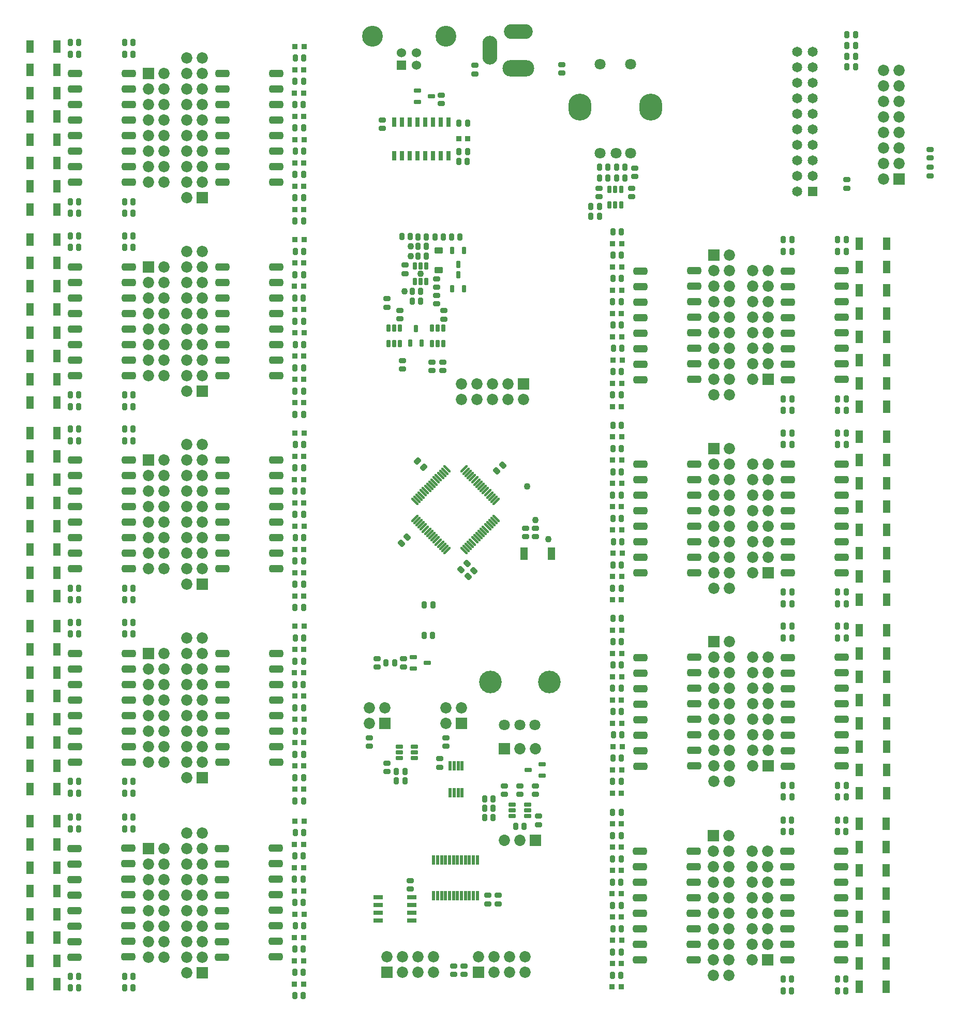
<source format=gts>
G04*
G04 #@! TF.GenerationSoftware,Altium Limited,Altium Designer,25.8.1 (18)*
G04*
G04 Layer_Color=8388736*
%FSLAX44Y44*%
%MOMM*%
G71*
G04*
G04 #@! TF.SameCoordinates,F625E077-19EE-4E80-AD8A-59A8E9CBE096*
G04*
G04*
G04 #@! TF.FilePolarity,Negative*
G04*
G01*
G75*
G04:AMPARAMS|DCode=45|XSize=0.87mm|YSize=1.14mm|CornerRadius=0.165mm|HoleSize=0mm|Usage=FLASHONLY|Rotation=0.000|XOffset=0mm|YOffset=0mm|HoleType=Round|Shape=RoundedRectangle|*
%AMROUNDEDRECTD45*
21,1,0.8700,0.8100,0,0,0.0*
21,1,0.5400,1.1400,0,0,0.0*
1,1,0.3300,0.2700,-0.4050*
1,1,0.3300,-0.2700,-0.4050*
1,1,0.3300,-0.2700,0.4050*
1,1,0.3300,0.2700,0.4050*
%
%ADD45ROUNDEDRECTD45*%
G04:AMPARAMS|DCode=46|XSize=0.87mm|YSize=1.14mm|CornerRadius=0.165mm|HoleSize=0mm|Usage=FLASHONLY|Rotation=90.000|XOffset=0mm|YOffset=0mm|HoleType=Round|Shape=RoundedRectangle|*
%AMROUNDEDRECTD46*
21,1,0.8700,0.8100,0,0,90.0*
21,1,0.5400,1.1400,0,0,90.0*
1,1,0.3300,0.4050,0.2700*
1,1,0.3300,0.4050,-0.2700*
1,1,0.3300,-0.4050,-0.2700*
1,1,0.3300,-0.4050,0.2700*
%
%ADD46ROUNDEDRECTD46*%
G04:AMPARAMS|DCode=47|XSize=1.15mm|YSize=0.75mm|CornerRadius=0.15mm|HoleSize=0mm|Usage=FLASHONLY|Rotation=270.000|XOffset=0mm|YOffset=0mm|HoleType=Round|Shape=RoundedRectangle|*
%AMROUNDEDRECTD47*
21,1,1.1500,0.4500,0,0,270.0*
21,1,0.8500,0.7500,0,0,270.0*
1,1,0.3000,-0.2250,-0.4250*
1,1,0.3000,-0.2250,0.4250*
1,1,0.3000,0.2250,0.4250*
1,1,0.3000,0.2250,-0.4250*
%
%ADD47ROUNDEDRECTD47*%
G04:AMPARAMS|DCode=48|XSize=1.34mm|YSize=1.04mm|CornerRadius=0.1825mm|HoleSize=0mm|Usage=FLASHONLY|Rotation=0.000|XOffset=0mm|YOffset=0mm|HoleType=Round|Shape=RoundedRectangle|*
%AMROUNDEDRECTD48*
21,1,1.3400,0.6750,0,0,0.0*
21,1,0.9750,1.0400,0,0,0.0*
1,1,0.3650,0.4875,-0.3375*
1,1,0.3650,-0.4875,-0.3375*
1,1,0.3650,-0.4875,0.3375*
1,1,0.3650,0.4875,0.3375*
%
%ADD48ROUNDEDRECTD48*%
G04:AMPARAMS|DCode=49|XSize=0.4mm|YSize=1.6mm|CornerRadius=0.0875mm|HoleSize=0mm|Usage=FLASHONLY|Rotation=315.000|XOffset=0mm|YOffset=0mm|HoleType=Round|Shape=RoundedRectangle|*
%AMROUNDEDRECTD49*
21,1,0.4000,1.4250,0,0,315.0*
21,1,0.2250,1.6000,0,0,315.0*
1,1,0.1750,-0.4243,-0.5834*
1,1,0.1750,-0.5834,-0.4243*
1,1,0.1750,0.4243,0.5834*
1,1,0.1750,0.5834,0.4243*
%
%ADD49ROUNDEDRECTD49*%
G04:AMPARAMS|DCode=50|XSize=0.4mm|YSize=1.6mm|CornerRadius=0.0875mm|HoleSize=0mm|Usage=FLASHONLY|Rotation=45.000|XOffset=0mm|YOffset=0mm|HoleType=Round|Shape=RoundedRectangle|*
%AMROUNDEDRECTD50*
21,1,0.4000,1.4250,0,0,45.0*
21,1,0.2250,1.6000,0,0,45.0*
1,1,0.1750,0.5834,-0.4243*
1,1,0.1750,0.4243,-0.5834*
1,1,0.1750,-0.5834,0.4243*
1,1,0.1750,-0.4243,0.5834*
%
%ADD50ROUNDEDRECTD50*%
G04:AMPARAMS|DCode=51|XSize=1.15mm|YSize=0.65mm|CornerRadius=0.1188mm|HoleSize=0mm|Usage=FLASHONLY|Rotation=0.000|XOffset=0mm|YOffset=0mm|HoleType=Round|Shape=RoundedRectangle|*
%AMROUNDEDRECTD51*
21,1,1.1500,0.4125,0,0,0.0*
21,1,0.9125,0.6500,0,0,0.0*
1,1,0.2375,0.4563,-0.2063*
1,1,0.2375,-0.4563,-0.2063*
1,1,0.2375,-0.4563,0.2063*
1,1,0.2375,0.4563,0.2063*
%
%ADD51ROUNDEDRECTD51*%
G04:AMPARAMS|DCode=52|XSize=1.15mm|YSize=0.75mm|CornerRadius=0.15mm|HoleSize=0mm|Usage=FLASHONLY|Rotation=0.000|XOffset=0mm|YOffset=0mm|HoleType=Round|Shape=RoundedRectangle|*
%AMROUNDEDRECTD52*
21,1,1.1500,0.4500,0,0,0.0*
21,1,0.8500,0.7500,0,0,0.0*
1,1,0.3000,0.4250,-0.2250*
1,1,0.3000,-0.4250,-0.2250*
1,1,0.3000,-0.4250,0.2250*
1,1,0.3000,0.4250,0.2250*
%
%ADD52ROUNDEDRECTD52*%
G04:AMPARAMS|DCode=53|XSize=2.1mm|YSize=1.15mm|CornerRadius=0.1mm|HoleSize=0mm|Usage=FLASHONLY|Rotation=90.000|XOffset=0mm|YOffset=0mm|HoleType=Round|Shape=RoundedRectangle|*
%AMROUNDEDRECTD53*
21,1,2.1000,0.9500,0,0,90.0*
21,1,1.9000,1.1500,0,0,90.0*
1,1,0.2000,0.4750,0.9500*
1,1,0.2000,0.4750,-0.9500*
1,1,0.2000,-0.4750,-0.9500*
1,1,0.2000,-0.4750,0.9500*
%
%ADD53ROUNDEDRECTD53*%
G04:AMPARAMS|DCode=54|XSize=1.6mm|YSize=0.546mm|CornerRadius=0.1245mm|HoleSize=0mm|Usage=FLASHONLY|Rotation=270.000|XOffset=0mm|YOffset=0mm|HoleType=Round|Shape=RoundedRectangle|*
%AMROUNDEDRECTD54*
21,1,1.6000,0.2970,0,0,270.0*
21,1,1.3510,0.5460,0,0,270.0*
1,1,0.2490,-0.1485,-0.6755*
1,1,0.2490,-0.1485,0.6755*
1,1,0.2490,0.1485,0.6755*
1,1,0.2490,0.1485,-0.6755*
%
%ADD54ROUNDEDRECTD54*%
G04:AMPARAMS|DCode=55|XSize=2.3mm|YSize=1.2mm|CornerRadius=0.325mm|HoleSize=0mm|Usage=FLASHONLY|Rotation=0.000|XOffset=0mm|YOffset=0mm|HoleType=Round|Shape=RoundedRectangle|*
%AMROUNDEDRECTD55*
21,1,2.3000,0.5500,0,0,0.0*
21,1,1.6500,1.2000,0,0,0.0*
1,1,0.6500,0.8250,-0.2750*
1,1,0.6500,-0.8250,-0.2750*
1,1,0.6500,-0.8250,0.2750*
1,1,0.6500,0.8250,0.2750*
%
%ADD55ROUNDEDRECTD55*%
G04:AMPARAMS|DCode=56|XSize=0.9mm|YSize=0.9mm|CornerRadius=0.1mm|HoleSize=0mm|Usage=FLASHONLY|Rotation=180.000|XOffset=0mm|YOffset=0mm|HoleType=Round|Shape=RoundedRectangle|*
%AMROUNDEDRECTD56*
21,1,0.9000,0.7000,0,0,180.0*
21,1,0.7000,0.9000,0,0,180.0*
1,1,0.2000,-0.3500,0.3500*
1,1,0.2000,0.3500,0.3500*
1,1,0.2000,0.3500,-0.3500*
1,1,0.2000,-0.3500,-0.3500*
%
%ADD56ROUNDEDRECTD56*%
G04:AMPARAMS|DCode=57|XSize=0.87mm|YSize=1.14mm|CornerRadius=0.165mm|HoleSize=0mm|Usage=FLASHONLY|Rotation=225.000|XOffset=0mm|YOffset=0mm|HoleType=Round|Shape=RoundedRectangle|*
%AMROUNDEDRECTD57*
21,1,0.8700,0.8100,0,0,225.0*
21,1,0.5400,1.1400,0,0,225.0*
1,1,0.3300,-0.4773,0.0955*
1,1,0.3300,-0.0955,0.4773*
1,1,0.3300,0.4773,-0.0955*
1,1,0.3300,0.0955,-0.4773*
%
%ADD57ROUNDEDRECTD57*%
G04:AMPARAMS|DCode=58|XSize=0.87mm|YSize=1.14mm|CornerRadius=0.165mm|HoleSize=0mm|Usage=FLASHONLY|Rotation=135.000|XOffset=0mm|YOffset=0mm|HoleType=Round|Shape=RoundedRectangle|*
%AMROUNDEDRECTD58*
21,1,0.8700,0.8100,0,0,135.0*
21,1,0.5400,1.1400,0,0,135.0*
1,1,0.3300,0.0955,0.4773*
1,1,0.3300,0.4773,0.0955*
1,1,0.3300,-0.0955,-0.4773*
1,1,0.3300,-0.4773,-0.0955*
%
%ADD58ROUNDEDRECTD58*%
G04:AMPARAMS|DCode=59|XSize=0.75mm|YSize=1.6mm|CornerRadius=0.15mm|HoleSize=0mm|Usage=FLASHONLY|Rotation=90.000|XOffset=0mm|YOffset=0mm|HoleType=Round|Shape=RoundedRectangle|*
%AMROUNDEDRECTD59*
21,1,0.7500,1.3000,0,0,90.0*
21,1,0.4500,1.6000,0,0,90.0*
1,1,0.3000,0.6500,0.2250*
1,1,0.3000,0.6500,-0.2250*
1,1,0.3000,-0.6500,-0.2250*
1,1,0.3000,-0.6500,0.2250*
%
%ADD59ROUNDEDRECTD59*%
G04:AMPARAMS|DCode=60|XSize=1.15mm|YSize=0.65mm|CornerRadius=0.1188mm|HoleSize=0mm|Usage=FLASHONLY|Rotation=90.000|XOffset=0mm|YOffset=0mm|HoleType=Round|Shape=RoundedRectangle|*
%AMROUNDEDRECTD60*
21,1,1.1500,0.4125,0,0,90.0*
21,1,0.9125,0.6500,0,0,90.0*
1,1,0.2375,0.2063,0.4563*
1,1,0.2375,0.2063,-0.4563*
1,1,0.2375,-0.2063,-0.4563*
1,1,0.2375,-0.2063,0.4563*
%
%ADD60ROUNDEDRECTD60*%
G04:AMPARAMS|DCode=61|XSize=0.75mm|YSize=1.6mm|CornerRadius=0.15mm|HoleSize=0mm|Usage=FLASHONLY|Rotation=0.000|XOffset=0mm|YOffset=0mm|HoleType=Round|Shape=RoundedRectangle|*
%AMROUNDEDRECTD61*
21,1,0.7500,1.3000,0,0,0.0*
21,1,0.4500,1.6000,0,0,0.0*
1,1,0.3000,0.2250,-0.6500*
1,1,0.3000,-0.2250,-0.6500*
1,1,0.3000,-0.2250,0.6500*
1,1,0.3000,0.2250,0.6500*
%
%ADD61ROUNDEDRECTD61*%
G04:AMPARAMS|DCode=62|XSize=1.6mm|YSize=0.545mm|CornerRadius=0.1244mm|HoleSize=0mm|Usage=FLASHONLY|Rotation=90.000|XOffset=0mm|YOffset=0mm|HoleType=Round|Shape=RoundedRectangle|*
%AMROUNDEDRECTD62*
21,1,1.6000,0.2963,0,0,90.0*
21,1,1.3513,0.5450,0,0,90.0*
1,1,0.2487,0.1481,0.6756*
1,1,0.2487,0.1481,-0.6756*
1,1,0.2487,-0.1481,-0.6756*
1,1,0.2487,-0.1481,0.6756*
%
%ADD62ROUNDEDRECTD62*%
%ADD63O,5.2032X2.7032*%
%ADD64O,4.7032X2.4532*%
%ADD65O,2.4532X4.7032*%
%ADD66C,1.8500*%
%ADD67R,1.8500X1.8500*%
%ADD68R,1.6500X1.6500*%
%ADD69C,1.6500*%
%ADD70C,3.7032*%
%ADD71C,1.8032*%
%ADD72O,3.8032X4.4032*%
%ADD73R,1.8532X1.8532*%
%ADD74C,1.8532*%
%ADD75R,1.8500X1.8500*%
%ADD76C,3.4160*%
%ADD77C,1.5280*%
%ADD78R,1.5280X1.5280*%
%ADD79C,1.1032*%
D45*
X376650Y-603000D02*
D03*
X362850D02*
D03*
X376900Y-553250D02*
D03*
X363100D02*
D03*
X352850Y17750D02*
D03*
X366650D02*
D03*
X352850Y33500D02*
D03*
X366650D02*
D03*
X343350Y-39750D02*
D03*
X357150D02*
D03*
X339900Y49500D02*
D03*
X326100D02*
D03*
X394150Y49250D02*
D03*
X380350D02*
D03*
X407350D02*
D03*
X421150D02*
D03*
X461600Y-870500D02*
D03*
X475400D02*
D03*
X461600Y-885500D02*
D03*
X475400D02*
D03*
X461600Y-900500D02*
D03*
X475400D02*
D03*
X314240Y-647700D02*
D03*
X300440D02*
D03*
X677630Y163630D02*
D03*
X691430D02*
D03*
X663490D02*
D03*
X649690D02*
D03*
X1039069Y-1165260D02*
D03*
X1052869D02*
D03*
X1039069Y-1184310D02*
D03*
X1052869Y-1184310D02*
D03*
X963969Y-1184310D02*
D03*
X950169D02*
D03*
X963969Y-1165260D02*
D03*
X950169D02*
D03*
X963969Y-923960D02*
D03*
X950169D02*
D03*
X963969Y-904910D02*
D03*
X950169D02*
D03*
X1039069D02*
D03*
X1052869D02*
D03*
X1039069Y-923960D02*
D03*
X1052869D02*
D03*
X684568Y-1158911D02*
D03*
X670768D02*
D03*
X685118Y-1120811D02*
D03*
X671318Y-1120811D02*
D03*
X685668Y-1082711D02*
D03*
X671868D02*
D03*
X685118Y-1044611D02*
D03*
X671318D02*
D03*
X684568Y-1006511D02*
D03*
X670768D02*
D03*
X685118Y-968411D02*
D03*
X671318D02*
D03*
X685118Y-930311D02*
D03*
X671318D02*
D03*
X685118Y-892211D02*
D03*
X671318Y-892211D02*
D03*
X-202611Y-919480D02*
D03*
X-216411D02*
D03*
X-202611Y-900430D02*
D03*
X-216411Y-900430D02*
D03*
X-127511D02*
D03*
X-113711D02*
D03*
X-127511Y-919480D02*
D03*
X-113711D02*
D03*
X-127511Y-1160780D02*
D03*
X-113711Y-1160780D02*
D03*
X-127511Y-1179830D02*
D03*
X-113711D02*
D03*
X-202611D02*
D03*
X-216411D02*
D03*
X-202611Y-1160780D02*
D03*
X-216411Y-1160780D02*
D03*
X151890Y-925829D02*
D03*
X165690D02*
D03*
X151340Y-963929D02*
D03*
X165140D02*
D03*
X150790Y-1002029D02*
D03*
X164590D02*
D03*
X151340Y-1040129D02*
D03*
X165140D02*
D03*
X151890Y-1078229D02*
D03*
X165690D02*
D03*
X151340Y-1116329D02*
D03*
X165140Y-1116329D02*
D03*
X151340Y-1154429D02*
D03*
X165140D02*
D03*
X151340Y-1192529D02*
D03*
X165140D02*
D03*
X151460Y75051D02*
D03*
X165260D02*
D03*
X151460Y151251D02*
D03*
X165260Y151251D02*
D03*
X152010Y341751D02*
D03*
X165810D02*
D03*
X151460Y303651D02*
D03*
X165260D02*
D03*
X151460Y227451D02*
D03*
X165260D02*
D03*
X151460Y113151D02*
D03*
X165260D02*
D03*
X152010Y189351D02*
D03*
X165810D02*
D03*
X150910Y265551D02*
D03*
X164710D02*
D03*
X152049Y-290709D02*
D03*
X165849D02*
D03*
X-202491Y50920D02*
D03*
X-216291D02*
D03*
X152010Y-126879D02*
D03*
X165810D02*
D03*
X-202491Y348100D02*
D03*
X-216291Y348100D02*
D03*
X152010Y25521D02*
D03*
X165810D02*
D03*
X150949Y-366909D02*
D03*
X164749D02*
D03*
X-127391Y-209430D02*
D03*
X-113591D02*
D03*
X151460Y-203079D02*
D03*
X165260D02*
D03*
X151499Y-557409D02*
D03*
X165299D02*
D03*
X-127391Y106800D02*
D03*
X-113591D02*
D03*
X151499Y-328809D02*
D03*
X165299D02*
D03*
X151460Y-12579D02*
D03*
X165260Y-12579D02*
D03*
X-127391Y367150D02*
D03*
X-113591D02*
D03*
X151499Y-481209D02*
D03*
X165299D02*
D03*
X-202491Y-209430D02*
D03*
X-216291D02*
D03*
X-202452Y-525660D02*
D03*
X-216252D02*
D03*
X151460Y-164979D02*
D03*
X165260D02*
D03*
X151499Y-519309D02*
D03*
X165299D02*
D03*
X151460Y-88779D02*
D03*
X165260D02*
D03*
X-127391Y50920D02*
D03*
X-113591D02*
D03*
X150910Y-50679D02*
D03*
X164710D02*
D03*
X151499Y-405009D02*
D03*
X165299D02*
D03*
X-202452Y-544710D02*
D03*
X-216252D02*
D03*
X-127391Y-228480D02*
D03*
X-113591D02*
D03*
X-202491D02*
D03*
X-216291D02*
D03*
X-127391Y348100D02*
D03*
X-113591D02*
D03*
X-202491Y106800D02*
D03*
X-216291Y106800D02*
D03*
X-202491Y31870D02*
D03*
X-216291Y31870D02*
D03*
X-202491Y87750D02*
D03*
X-216291D02*
D03*
X152049Y-443109D02*
D03*
X165849Y-443109D02*
D03*
X151460Y-241179D02*
D03*
X165260D02*
D03*
X-202491Y367150D02*
D03*
X-216291D02*
D03*
X-127391Y87750D02*
D03*
X-113591D02*
D03*
X-127391Y31870D02*
D03*
X-113591D02*
D03*
X-202491Y-600590D02*
D03*
X-216291Y-600590D02*
D03*
X-127391Y-841890D02*
D03*
X-113591D02*
D03*
X-127391Y-600590D02*
D03*
X-113591D02*
D03*
X-202491Y-860940D02*
D03*
X-216291D02*
D03*
X685118Y-689611D02*
D03*
X671318D02*
D03*
X685668Y-651511D02*
D03*
X671868D02*
D03*
X-202491Y-841890D02*
D03*
X-216291D02*
D03*
X685668Y-727711D02*
D03*
X671868D02*
D03*
X-127391Y-860940D02*
D03*
X-113591D02*
D03*
X685668Y-803911D02*
D03*
X671868D02*
D03*
X685118Y-842011D02*
D03*
X671318D02*
D03*
X-202491Y-581540D02*
D03*
X-216291D02*
D03*
X685668Y-613411D02*
D03*
X671868D02*
D03*
X685668Y-575311D02*
D03*
X671868D02*
D03*
X-127391Y-581540D02*
D03*
X-113591D02*
D03*
X686218Y-765811D02*
D03*
X672418D02*
D03*
X677630Y145850D02*
D03*
X691430D02*
D03*
X635720Y99060D02*
D03*
X649520D02*
D03*
X343350Y-55750D02*
D03*
X357150D02*
D03*
X635720Y82550D02*
D03*
X649520D02*
D03*
X419820Y234950D02*
D03*
X433620D02*
D03*
X1054820Y327660D02*
D03*
X1068620D02*
D03*
X512530Y-915379D02*
D03*
X526330D02*
D03*
X1054820Y344170D02*
D03*
X1068620D02*
D03*
Y361950D02*
D03*
X1054820D02*
D03*
X331210Y-840810D02*
D03*
X317410D02*
D03*
X433400Y172500D02*
D03*
X419600D02*
D03*
X1068620Y379730D02*
D03*
X1054820D02*
D03*
X352850Y49250D02*
D03*
X366650D02*
D03*
X331210Y-825570D02*
D03*
X317410D02*
D03*
X663490Y145850D02*
D03*
X649690D02*
D03*
X433650Y189000D02*
D03*
X419850D02*
D03*
X1039619Y-532130D02*
D03*
X1053419D02*
D03*
X1039619Y-551180D02*
D03*
X1053419D02*
D03*
X685668Y-487681D02*
D03*
X671868D02*
D03*
X964519Y-290830D02*
D03*
X950719D02*
D03*
X964519Y-234950D02*
D03*
X950719D02*
D03*
X685118Y-209551D02*
D03*
X671318D02*
D03*
X964519Y-215900D02*
D03*
X950719D02*
D03*
X964519Y-551180D02*
D03*
X950719D02*
D03*
X1039619Y-290830D02*
D03*
X1053419D02*
D03*
X964519Y25400D02*
D03*
X950719D02*
D03*
X1039619Y44450D02*
D03*
X1053419D02*
D03*
X1039619Y-215900D02*
D03*
X1053419D02*
D03*
X685118Y-525781D02*
D03*
X671318D02*
D03*
X685668Y-411481D02*
D03*
X671868D02*
D03*
X1039619Y-271780D02*
D03*
X1053419D02*
D03*
X685668Y-297181D02*
D03*
X671868D02*
D03*
X964519Y-588010D02*
D03*
X950719D02*
D03*
X1039619Y-867410D02*
D03*
X1053419D02*
D03*
X1039619Y-848360D02*
D03*
X1053419D02*
D03*
X685668Y-19051D02*
D03*
X671868D02*
D03*
X685668Y-95251D02*
D03*
X671868D02*
D03*
X1039619Y-588010D02*
D03*
X1053419D02*
D03*
X686218Y-133351D02*
D03*
X672418D02*
D03*
X685668Y19049D02*
D03*
X671868D02*
D03*
X686218Y-449581D02*
D03*
X672418D02*
D03*
X1039619Y-607060D02*
D03*
X1053419D02*
D03*
X685118Y-57151D02*
D03*
X671318D02*
D03*
X964519Y44450D02*
D03*
X950719D02*
D03*
X685118Y-373381D02*
D03*
X671318D02*
D03*
X964519Y-867410D02*
D03*
X950719D02*
D03*
X964519Y-532130D02*
D03*
X950719D02*
D03*
X1039619Y-234950D02*
D03*
X1053419D02*
D03*
X964519Y-607060D02*
D03*
X950719D02*
D03*
X964519Y-271780D02*
D03*
X950719D02*
D03*
X685668Y-335281D02*
D03*
X671868D02*
D03*
X964519Y-848360D02*
D03*
X950719D02*
D03*
X685668Y57149D02*
D03*
X671868D02*
D03*
X685668Y-171451D02*
D03*
X671868D02*
D03*
X685668Y-259081D02*
D03*
X671868D02*
D03*
X1039619Y25400D02*
D03*
X1053419D02*
D03*
X-127352Y-544710D02*
D03*
X-113552D02*
D03*
X152010Y-759339D02*
D03*
X165810D02*
D03*
X150910Y-683139D02*
D03*
X164710D02*
D03*
X152010Y-606939D02*
D03*
X165810D02*
D03*
X-202452Y-284360D02*
D03*
X-216252D02*
D03*
X151460Y-721239D02*
D03*
X165260D02*
D03*
X-202452Y-265310D02*
D03*
X-216252D02*
D03*
X151460Y-835539D02*
D03*
X165260D02*
D03*
X-127352Y-265310D02*
D03*
X-113552D02*
D03*
X151460Y-797439D02*
D03*
X165260D02*
D03*
X151460Y-645039D02*
D03*
X165260Y-645039D02*
D03*
X-127352Y-284360D02*
D03*
X-113552D02*
D03*
X-127352Y-525660D02*
D03*
X-113552D02*
D03*
X151460Y-873639D02*
D03*
X165260D02*
D03*
D46*
X383000Y-19600D02*
D03*
Y-33400D02*
D03*
Y-60400D02*
D03*
Y-46600D02*
D03*
X331500Y3150D02*
D03*
Y-10650D02*
D03*
X446000Y329900D02*
D03*
Y316100D02*
D03*
X588500Y331150D02*
D03*
Y317350D02*
D03*
X1054250Y128850D02*
D03*
Y142650D02*
D03*
X273050Y-770340D02*
D03*
Y-784140D02*
D03*
X398780Y-784140D02*
D03*
Y-770340D02*
D03*
X328930Y-654600D02*
D03*
Y-640800D02*
D03*
X285750Y-640800D02*
D03*
Y-654600D02*
D03*
X549910Y-898610D02*
D03*
Y-912410D02*
D03*
X327590Y-167150D02*
D03*
Y-153350D02*
D03*
X394900Y-71520D02*
D03*
Y-85320D02*
D03*
X294640Y240580D02*
D03*
Y226780D02*
D03*
X707390Y161640D02*
D03*
Y147840D02*
D03*
X529250Y-427350D02*
D03*
Y-441150D02*
D03*
X519430Y-849080D02*
D03*
Y-862880D02*
D03*
X648970Y128620D02*
D03*
X648970Y114820D02*
D03*
X483870Y-1041950D02*
D03*
Y-1028150D02*
D03*
X340360Y-1004020D02*
D03*
Y-1017820D02*
D03*
X1191260Y163110D02*
D03*
Y149310D02*
D03*
X494030Y-862880D02*
D03*
Y-849080D02*
D03*
X544790Y-427370D02*
D03*
Y-441170D02*
D03*
X391160Y281220D02*
D03*
Y267420D02*
D03*
X323500Y-71350D02*
D03*
Y-85150D02*
D03*
X427990Y-1157520D02*
D03*
Y-1143720D02*
D03*
X411480Y-1157520D02*
D03*
Y-1143720D02*
D03*
X702310Y128620D02*
D03*
Y114820D02*
D03*
X301750Y-65900D02*
D03*
Y-52100D02*
D03*
X393429Y-169650D02*
D03*
Y-155850D02*
D03*
X302250Y-811850D02*
D03*
Y-825650D02*
D03*
X375649Y-169650D02*
D03*
Y-155850D02*
D03*
X544830Y-862880D02*
D03*
Y-849080D02*
D03*
X467320Y-1041950D02*
D03*
Y-1028150D02*
D03*
X1191260Y178520D02*
D03*
Y192320D02*
D03*
X388620Y-818430D02*
D03*
Y-804630D02*
D03*
D47*
X428000Y27000D02*
D03*
X409000D02*
D03*
X418500Y4000D02*
D03*
X409000Y-35750D02*
D03*
X428000D02*
D03*
X418500Y-12750D02*
D03*
X339720Y-124210D02*
D03*
X358720D02*
D03*
X349220Y-101210D02*
D03*
D48*
X386500Y-5350D02*
D03*
Y27350D02*
D03*
D49*
X427848Y-330688D02*
D03*
X431383Y-334224D02*
D03*
X434919Y-337760D02*
D03*
X438454Y-341295D02*
D03*
X441990Y-344831D02*
D03*
X445525Y-348366D02*
D03*
X449061Y-351902D02*
D03*
X452596Y-355437D02*
D03*
X456132Y-358973D02*
D03*
X459667Y-362508D02*
D03*
X463203Y-366044D02*
D03*
X466738Y-369579D02*
D03*
X470274Y-373115D02*
D03*
X473810Y-376650D02*
D03*
X477345Y-380186D02*
D03*
X480881Y-383722D02*
D03*
X400270Y-464332D02*
D03*
X396735Y-460796D02*
D03*
X393199Y-457261D02*
D03*
X389664Y-453725D02*
D03*
X386128Y-450190D02*
D03*
X382593Y-446654D02*
D03*
X379057Y-443118D02*
D03*
X375522Y-439583D02*
D03*
X371986Y-436047D02*
D03*
X368451Y-432512D02*
D03*
X364915Y-428976D02*
D03*
X361380Y-425441D02*
D03*
X357844Y-421905D02*
D03*
X354308Y-418370D02*
D03*
X350773Y-414834D02*
D03*
X347237Y-411299D02*
D03*
D50*
X480881Y-411298D02*
D03*
X477345Y-414834D02*
D03*
X473810Y-418370D02*
D03*
X470274Y-421905D02*
D03*
X466738Y-425441D02*
D03*
X463203Y-428976D02*
D03*
X459667Y-432512D02*
D03*
X456132Y-436047D02*
D03*
X452596Y-439583D02*
D03*
X449061Y-443118D02*
D03*
X445525Y-446654D02*
D03*
X441990Y-450189D02*
D03*
X438454Y-453725D02*
D03*
X434919Y-457261D02*
D03*
X431383Y-460796D02*
D03*
X427848Y-464332D02*
D03*
X347237Y-383721D02*
D03*
X350773Y-380186D02*
D03*
X354308Y-376650D02*
D03*
X357844Y-373115D02*
D03*
X361380Y-369579D02*
D03*
X364915Y-366044D02*
D03*
X368451Y-362508D02*
D03*
X371986Y-358973D02*
D03*
X375522Y-355437D02*
D03*
X379057Y-351902D02*
D03*
X382593Y-348366D02*
D03*
X386128Y-344831D02*
D03*
X389664Y-341295D02*
D03*
X393199Y-337760D02*
D03*
X396735Y-334224D02*
D03*
X400270Y-330688D02*
D03*
D51*
X347000Y-784750D02*
D03*
Y-794250D02*
D03*
Y-803750D02*
D03*
X322000D02*
D03*
Y-794250D02*
D03*
Y-784750D02*
D03*
X531930Y-879500D02*
D03*
Y-889000D02*
D03*
Y-898500D02*
D03*
X506930D02*
D03*
Y-889000D02*
D03*
Y-879500D02*
D03*
D52*
X345370Y-638240D02*
D03*
Y-657240D02*
D03*
X368370Y-647740D02*
D03*
X556330Y-832460D02*
D03*
Y-813460D02*
D03*
X533330Y-822960D02*
D03*
X351720Y288900D02*
D03*
Y269900D02*
D03*
X374720Y279400D02*
D03*
D53*
X570750Y-468750D02*
D03*
X526250D02*
D03*
X1074519Y-1063660D02*
D03*
X1119019D02*
D03*
X1119019Y-1025560D02*
D03*
X1074519Y-1025560D02*
D03*
X1074519Y-1101760D02*
D03*
X1119019D02*
D03*
X1119019Y-987460D02*
D03*
X1074519Y-987460D02*
D03*
X1074519Y-1139860D02*
D03*
X1119019D02*
D03*
X1119019Y-949360D02*
D03*
X1074519D02*
D03*
X1074519Y-1177960D02*
D03*
X1119019D02*
D03*
X1119019Y-911260D02*
D03*
X1074519D02*
D03*
X-238061Y-1021080D02*
D03*
X-282561Y-1021080D02*
D03*
X-282561Y-1059180D02*
D03*
X-238061D02*
D03*
X-238061Y-982980D02*
D03*
X-282561Y-982980D02*
D03*
X-282561Y-1097280D02*
D03*
X-238061Y-1097280D02*
D03*
X-238061Y-944880D02*
D03*
X-282561D02*
D03*
X-282561Y-1135380D02*
D03*
X-238061Y-1135380D02*
D03*
X-238061Y-906780D02*
D03*
X-282561D02*
D03*
X-282561Y-1173480D02*
D03*
X-238061D02*
D03*
X1075069Y-228600D02*
D03*
X1119569D02*
D03*
X1075069Y-544830D02*
D03*
X1119569D02*
D03*
X1075069Y-861060D02*
D03*
X1119569D02*
D03*
X-237941Y-587890D02*
D03*
X-282441D02*
D03*
X-237902Y-271660D02*
D03*
X-282402D02*
D03*
X-237941Y44570D02*
D03*
X-282441D02*
D03*
X-237941Y360800D02*
D03*
X-282441D02*
D03*
X1119569Y38100D02*
D03*
X1075069D02*
D03*
X1119569Y-278130D02*
D03*
X1075069D02*
D03*
X1119569Y-594360D02*
D03*
X1075069D02*
D03*
X-282441Y-854590D02*
D03*
X-237941D02*
D03*
X-282402Y-538360D02*
D03*
X-237902D02*
D03*
X-282441Y-222130D02*
D03*
X-237941D02*
D03*
X-282441Y94100D02*
D03*
X-237941D02*
D03*
X1075069Y-190500D02*
D03*
X1119569D02*
D03*
X1075069Y-506730D02*
D03*
X1119569D02*
D03*
X1075069Y-822960D02*
D03*
X1119569D02*
D03*
X-237941Y-625990D02*
D03*
X-282441D02*
D03*
X-237902Y-309760D02*
D03*
X-282402D02*
D03*
X-237941Y6470D02*
D03*
X-282441D02*
D03*
X-237941Y322700D02*
D03*
X-282441D02*
D03*
X1119569Y0D02*
D03*
X1075069D02*
D03*
X1119569Y-316230D02*
D03*
X1075069D02*
D03*
X1119569Y-632460D02*
D03*
X1075069D02*
D03*
X-282441Y-816490D02*
D03*
X-237941Y-816490D02*
D03*
X-282402Y-500260D02*
D03*
X-237902D02*
D03*
X-282441Y-184030D02*
D03*
X-237941Y-184030D02*
D03*
X-282441Y132200D02*
D03*
X-237941Y132200D02*
D03*
X1075069Y-152400D02*
D03*
X1119569D02*
D03*
X1075069Y-468630D02*
D03*
X1119569D02*
D03*
X1075069Y-784860D02*
D03*
X1119569D02*
D03*
X-237941Y-664090D02*
D03*
X-282441D02*
D03*
X-237902Y-347860D02*
D03*
X-282402D02*
D03*
X-237941Y-31630D02*
D03*
X-282441D02*
D03*
X-237941Y284600D02*
D03*
X-282441D02*
D03*
X1119569Y-38100D02*
D03*
X1075069D02*
D03*
X1119569Y-354330D02*
D03*
X1075069D02*
D03*
X1119569Y-670560D02*
D03*
X1075069D02*
D03*
X-282441Y-778390D02*
D03*
X-237941Y-778390D02*
D03*
X-282402Y-462160D02*
D03*
X-237902D02*
D03*
X-282441Y-145930D02*
D03*
X-237941Y-145930D02*
D03*
X-282441Y170300D02*
D03*
X-237941Y170300D02*
D03*
X1075069Y-114300D02*
D03*
X1119569D02*
D03*
X1075069Y-430530D02*
D03*
X1119569D02*
D03*
X1075069Y-746760D02*
D03*
X1119569D02*
D03*
X-237941Y-702190D02*
D03*
X-282441D02*
D03*
X-237902Y-385960D02*
D03*
X-282402D02*
D03*
X-237941Y-69730D02*
D03*
X-282441D02*
D03*
X-237941Y246500D02*
D03*
X-282441D02*
D03*
X1119569Y-76200D02*
D03*
X1075069D02*
D03*
X1119569Y-392430D02*
D03*
X1075069D02*
D03*
X1119569Y-708660D02*
D03*
X1075069D02*
D03*
X-282441Y-740290D02*
D03*
X-237941D02*
D03*
X-282402Y-424060D02*
D03*
X-237902D02*
D03*
X-282441Y-107830D02*
D03*
X-237941D02*
D03*
X-282441Y208400D02*
D03*
X-237941D02*
D03*
D54*
X449809Y-1028490D02*
D03*
X443309D02*
D03*
X436809D02*
D03*
X430309D02*
D03*
X423809D02*
D03*
X417309D02*
D03*
X410809D02*
D03*
X404309D02*
D03*
X397809D02*
D03*
X391309D02*
D03*
X384809D02*
D03*
X378309D02*
D03*
Y-970490D02*
D03*
X384809D02*
D03*
X391309D02*
D03*
X397809D02*
D03*
X404309D02*
D03*
X410809D02*
D03*
X417309D02*
D03*
X423809D02*
D03*
X430309D02*
D03*
X436809D02*
D03*
X443309D02*
D03*
X449809D02*
D03*
D55*
X1045519Y-955585D02*
D03*
Y-980985D02*
D03*
Y-1006385D02*
D03*
Y-1031785D02*
D03*
Y-1057185D02*
D03*
Y-1082585D02*
D03*
Y-1107985D02*
D03*
Y-1133385D02*
D03*
X957519Y-1133635D02*
D03*
Y-1108235D02*
D03*
Y-1082835D02*
D03*
Y-1057435D02*
D03*
Y-1032035D02*
D03*
Y-1006635D02*
D03*
Y-981235D02*
D03*
Y-955835D02*
D03*
X804219Y-955585D02*
D03*
Y-980985D02*
D03*
Y-1006385D02*
D03*
Y-1031785D02*
D03*
Y-1057185D02*
D03*
Y-1082585D02*
D03*
Y-1107985D02*
D03*
X804219Y-1133385D02*
D03*
X716219Y-1133635D02*
D03*
Y-1108235D02*
D03*
X716219Y-1082835D02*
D03*
X716219Y-1057435D02*
D03*
Y-1032035D02*
D03*
Y-1006635D02*
D03*
Y-981235D02*
D03*
Y-955835D02*
D03*
X-209061Y-1129155D02*
D03*
X-209061Y-1103755D02*
D03*
X-209061Y-1078355D02*
D03*
Y-1052955D02*
D03*
Y-1027555D02*
D03*
Y-1002155D02*
D03*
Y-976755D02*
D03*
X-209061Y-951355D02*
D03*
X-121061Y-951105D02*
D03*
Y-976505D02*
D03*
Y-1001905D02*
D03*
Y-1027305D02*
D03*
Y-1052705D02*
D03*
Y-1078105D02*
D03*
Y-1103505D02*
D03*
Y-1128905D02*
D03*
X32239Y-1129155D02*
D03*
X32239Y-1103755D02*
D03*
Y-1078355D02*
D03*
X32239Y-1052955D02*
D03*
X32239Y-1027555D02*
D03*
X32239Y-1002155D02*
D03*
X32239Y-976755D02*
D03*
Y-951355D02*
D03*
X120239Y-951105D02*
D03*
Y-976505D02*
D03*
X120239Y-1001905D02*
D03*
X120239Y-1027305D02*
D03*
Y-1052705D02*
D03*
Y-1078105D02*
D03*
Y-1103505D02*
D03*
Y-1128905D02*
D03*
X120359Y138675D02*
D03*
Y214875D02*
D03*
Y240275D02*
D03*
Y189475D02*
D03*
Y265675D02*
D03*
Y291075D02*
D03*
Y164075D02*
D03*
Y316475D02*
D03*
X-208941Y-810265D02*
D03*
X-208941Y-784865D02*
D03*
X-208941Y-759465D02*
D03*
Y-734065D02*
D03*
Y-708665D02*
D03*
Y-683265D02*
D03*
X-208941Y-657865D02*
D03*
X-208941Y-632465D02*
D03*
X-120941Y-632215D02*
D03*
Y-657615D02*
D03*
Y-683015D02*
D03*
Y-708415D02*
D03*
Y-733815D02*
D03*
Y-759215D02*
D03*
Y-784615D02*
D03*
Y-810015D02*
D03*
X-208941Y138425D02*
D03*
X-208941Y163825D02*
D03*
X-208941Y189225D02*
D03*
Y214625D02*
D03*
Y240025D02*
D03*
Y265425D02*
D03*
X-208941Y290825D02*
D03*
X-208941Y316225D02*
D03*
X-120941Y316475D02*
D03*
Y291075D02*
D03*
Y265675D02*
D03*
Y240275D02*
D03*
Y214875D02*
D03*
Y189475D02*
D03*
Y164075D02*
D03*
Y138675D02*
D03*
X32359Y-177805D02*
D03*
Y-152405D02*
D03*
Y-127005D02*
D03*
Y-101605D02*
D03*
Y-76205D02*
D03*
Y-50805D02*
D03*
Y-25405D02*
D03*
Y-5D02*
D03*
X120359Y245D02*
D03*
Y-25155D02*
D03*
Y-50555D02*
D03*
Y-75955D02*
D03*
Y-101355D02*
D03*
Y-126755D02*
D03*
Y-152155D02*
D03*
Y-177555D02*
D03*
X-208902Y-494035D02*
D03*
X-208902Y-468635D02*
D03*
Y-443235D02*
D03*
X-208902Y-417835D02*
D03*
Y-392435D02*
D03*
Y-367035D02*
D03*
X-208902Y-341635D02*
D03*
X-208902Y-316235D02*
D03*
X-120902Y-315985D02*
D03*
Y-341385D02*
D03*
Y-366785D02*
D03*
Y-392185D02*
D03*
Y-417585D02*
D03*
Y-442985D02*
D03*
Y-468385D02*
D03*
Y-493785D02*
D03*
X804769Y-638685D02*
D03*
Y-664085D02*
D03*
Y-689485D02*
D03*
Y-714885D02*
D03*
Y-740285D02*
D03*
Y-765685D02*
D03*
Y-791085D02*
D03*
Y-816485D02*
D03*
X716769Y-816735D02*
D03*
Y-791335D02*
D03*
Y-765935D02*
D03*
Y-740535D02*
D03*
Y-715135D02*
D03*
Y-689735D02*
D03*
Y-664335D02*
D03*
Y-638935D02*
D03*
X1046069Y-638685D02*
D03*
Y-664085D02*
D03*
Y-689485D02*
D03*
Y-714885D02*
D03*
Y-740285D02*
D03*
Y-765685D02*
D03*
Y-791085D02*
D03*
Y-816485D02*
D03*
X958069Y-816735D02*
D03*
Y-791335D02*
D03*
Y-765935D02*
D03*
Y-740535D02*
D03*
Y-715135D02*
D03*
Y-689735D02*
D03*
Y-664335D02*
D03*
Y-638935D02*
D03*
X804769Y-322455D02*
D03*
Y-347855D02*
D03*
Y-373255D02*
D03*
Y-398655D02*
D03*
Y-424055D02*
D03*
Y-449455D02*
D03*
Y-474855D02*
D03*
Y-500255D02*
D03*
X716769Y-500505D02*
D03*
Y-475105D02*
D03*
Y-449705D02*
D03*
Y-424305D02*
D03*
Y-398905D02*
D03*
Y-373505D02*
D03*
Y-348105D02*
D03*
Y-322705D02*
D03*
X1046069Y-322455D02*
D03*
Y-347855D02*
D03*
Y-373255D02*
D03*
Y-398655D02*
D03*
Y-424055D02*
D03*
Y-449455D02*
D03*
Y-474855D02*
D03*
Y-500255D02*
D03*
X958069Y-500505D02*
D03*
Y-475105D02*
D03*
Y-449705D02*
D03*
Y-424305D02*
D03*
Y-398905D02*
D03*
Y-373505D02*
D03*
Y-348105D02*
D03*
Y-322705D02*
D03*
X-208941Y-177805D02*
D03*
X-208941Y-152405D02*
D03*
X-208941Y-127005D02*
D03*
Y-101605D02*
D03*
Y-76205D02*
D03*
Y-50805D02*
D03*
X-208941Y-25405D02*
D03*
X-208941Y-5D02*
D03*
X-120941Y245D02*
D03*
Y-25155D02*
D03*
Y-50555D02*
D03*
Y-75955D02*
D03*
Y-101355D02*
D03*
Y-126755D02*
D03*
Y-152155D02*
D03*
Y-177555D02*
D03*
X32398Y-494035D02*
D03*
Y-468635D02*
D03*
Y-443235D02*
D03*
Y-417835D02*
D03*
Y-392435D02*
D03*
Y-367035D02*
D03*
Y-341635D02*
D03*
Y-316235D02*
D03*
X120398Y-315985D02*
D03*
X120398Y-341385D02*
D03*
X120398Y-366785D02*
D03*
Y-392185D02*
D03*
Y-417585D02*
D03*
X120398Y-442985D02*
D03*
X120398Y-468385D02*
D03*
Y-493785D02*
D03*
X32359Y-810265D02*
D03*
Y-784865D02*
D03*
Y-759465D02*
D03*
Y-734065D02*
D03*
Y-708665D02*
D03*
Y-683265D02*
D03*
Y-657865D02*
D03*
Y-632465D02*
D03*
X120359Y-632215D02*
D03*
Y-657615D02*
D03*
Y-683015D02*
D03*
Y-708415D02*
D03*
Y-733815D02*
D03*
Y-759215D02*
D03*
Y-784615D02*
D03*
Y-810015D02*
D03*
X1046069Y-6225D02*
D03*
Y-31625D02*
D03*
Y-57025D02*
D03*
Y-82425D02*
D03*
Y-107825D02*
D03*
Y-133225D02*
D03*
Y-158625D02*
D03*
Y-184025D02*
D03*
X958069Y-184275D02*
D03*
Y-158875D02*
D03*
Y-133475D02*
D03*
Y-108075D02*
D03*
Y-82675D02*
D03*
Y-57275D02*
D03*
Y-31875D02*
D03*
Y-6475D02*
D03*
X804769Y-6225D02*
D03*
Y-31625D02*
D03*
Y-57025D02*
D03*
Y-82425D02*
D03*
Y-107825D02*
D03*
Y-133225D02*
D03*
Y-158625D02*
D03*
Y-184025D02*
D03*
X716769Y-184275D02*
D03*
Y-158875D02*
D03*
Y-133475D02*
D03*
Y-108075D02*
D03*
Y-82675D02*
D03*
Y-57275D02*
D03*
Y-31875D02*
D03*
Y-6475D02*
D03*
X32359Y138425D02*
D03*
Y163825D02*
D03*
Y189225D02*
D03*
Y214625D02*
D03*
Y240025D02*
D03*
Y265425D02*
D03*
Y290825D02*
D03*
Y316225D02*
D03*
D56*
X685169Y-1177960D02*
D03*
X670169D02*
D03*
X685719Y-1139860D02*
D03*
X670719D02*
D03*
X686269Y-1101760D02*
D03*
X671269Y-1101760D02*
D03*
X685719Y-1063660D02*
D03*
X670719Y-1063660D02*
D03*
X685169Y-1025560D02*
D03*
X670169D02*
D03*
X685719Y-987460D02*
D03*
X670719Y-987460D02*
D03*
X685719Y-949360D02*
D03*
X670719D02*
D03*
X685719Y-911260D02*
D03*
X670719D02*
D03*
X151289Y-906780D02*
D03*
X166289Y-906780D02*
D03*
X150739Y-944880D02*
D03*
X165739Y-944880D02*
D03*
X150189Y-982980D02*
D03*
X165189Y-982980D02*
D03*
X150739Y-1021080D02*
D03*
X165739D02*
D03*
X151289Y-1059180D02*
D03*
X166289D02*
D03*
X150739Y-1097280D02*
D03*
X165739D02*
D03*
X150739Y-1135380D02*
D03*
X165739Y-1135380D02*
D03*
X150739Y-1173480D02*
D03*
X165739Y-1173480D02*
D03*
X419219Y209549D02*
D03*
X434219Y209549D02*
D03*
X150309Y284600D02*
D03*
X150859Y94100D02*
D03*
Y132200D02*
D03*
X151409Y360800D02*
D03*
X150859Y322700D02*
D03*
X150859Y246500D02*
D03*
X150859Y170300D02*
D03*
X151409Y208400D02*
D03*
X685719Y-228600D02*
D03*
X670719D02*
D03*
X685719Y-544830D02*
D03*
X670719D02*
D03*
X685719Y-861060D02*
D03*
X670719D02*
D03*
X151409Y-587890D02*
D03*
X166409D02*
D03*
X151448Y-271660D02*
D03*
X166448D02*
D03*
X151409Y44570D02*
D03*
X166409D02*
D03*
Y360800D02*
D03*
X686269Y-190500D02*
D03*
X671269D02*
D03*
X686269Y-506730D02*
D03*
X671269D02*
D03*
X686269Y-822960D02*
D03*
X671269D02*
D03*
X150859Y-625990D02*
D03*
X165859Y-625990D02*
D03*
X150898Y-309760D02*
D03*
X165898D02*
D03*
X150859Y6470D02*
D03*
X165859Y6470D02*
D03*
Y322700D02*
D03*
X686819Y-152400D02*
D03*
X671819D02*
D03*
X686819Y-468630D02*
D03*
X671819D02*
D03*
X686819Y-784860D02*
D03*
X671819D02*
D03*
X150309Y-664090D02*
D03*
X165309Y-664090D02*
D03*
X150348Y-347860D02*
D03*
X165348Y-347860D02*
D03*
X150309Y-31630D02*
D03*
X165309Y-31630D02*
D03*
Y284600D02*
D03*
X686269Y-114300D02*
D03*
X671269D02*
D03*
X686269Y-430530D02*
D03*
X671269D02*
D03*
X686269Y-746760D02*
D03*
X671269D02*
D03*
X150859Y-702190D02*
D03*
X165859Y-702190D02*
D03*
X150898Y-385960D02*
D03*
X165898Y-385960D02*
D03*
X150859Y-69730D02*
D03*
X165859Y-69730D02*
D03*
Y246500D02*
D03*
X685719Y-76200D02*
D03*
X670719D02*
D03*
X685719Y-392430D02*
D03*
X670719D02*
D03*
X685719Y-708660D02*
D03*
X670719D02*
D03*
X151409Y-740290D02*
D03*
X166409D02*
D03*
X151448Y-424060D02*
D03*
X166448D02*
D03*
X151409Y-107830D02*
D03*
X166409D02*
D03*
Y208400D02*
D03*
X686269Y-38100D02*
D03*
X671269D02*
D03*
X686269Y-354330D02*
D03*
X671269D02*
D03*
X686269Y-670560D02*
D03*
X671269D02*
D03*
X150859Y-778390D02*
D03*
X165859D02*
D03*
X150898Y-462160D02*
D03*
X165898D02*
D03*
X150859Y-145930D02*
D03*
X165859D02*
D03*
Y170300D02*
D03*
X686269Y-0D02*
D03*
X671269D02*
D03*
X686269Y-316230D02*
D03*
X671269D02*
D03*
X686269Y-632460D02*
D03*
X671269D02*
D03*
X150859Y-816490D02*
D03*
X165859D02*
D03*
X150898Y-500260D02*
D03*
X165898D02*
D03*
X150859Y-184030D02*
D03*
X165859D02*
D03*
Y132200D02*
D03*
X686269Y38100D02*
D03*
X671269D02*
D03*
X686269Y-278130D02*
D03*
X671269D02*
D03*
X686269Y-594360D02*
D03*
X671269D02*
D03*
X150859Y-854590D02*
D03*
X165859D02*
D03*
X150898Y-538360D02*
D03*
X165898D02*
D03*
X150859Y-222130D02*
D03*
X165859D02*
D03*
Y94100D02*
D03*
D57*
X423111Y-495099D02*
D03*
X432869Y-485341D02*
D03*
X434541Y-506529D02*
D03*
X444299Y-496771D02*
D03*
X491289Y-324051D02*
D03*
X481531Y-333809D02*
D03*
X325321Y-451919D02*
D03*
X335079Y-442161D02*
D03*
D58*
X351991Y-317701D02*
D03*
X361749Y-327459D02*
D03*
D59*
X342210Y-1069340D02*
D03*
Y-1056640D02*
D03*
Y-1043940D02*
D03*
Y-1031240D02*
D03*
X287710Y-1069340D02*
D03*
Y-1056640D02*
D03*
Y-1043940D02*
D03*
Y-1031240D02*
D03*
D60*
X375280Y-100210D02*
D03*
X384780Y-100210D02*
D03*
X394280D02*
D03*
Y-125210D02*
D03*
X384780D02*
D03*
X375280Y-125210D02*
D03*
X366500Y-23500D02*
D03*
X357000Y-23500D02*
D03*
X347500D02*
D03*
Y1500D02*
D03*
X357000D02*
D03*
X366500Y1500D02*
D03*
X304160Y-100210D02*
D03*
X313660Y-100210D02*
D03*
X323160D02*
D03*
Y-125210D02*
D03*
X313660D02*
D03*
X304160Y-125210D02*
D03*
X685140Y101800D02*
D03*
X675640Y101800D02*
D03*
X666140D02*
D03*
Y126800D02*
D03*
X675640D02*
D03*
X685140Y126800D02*
D03*
D61*
X313690Y182300D02*
D03*
X326390Y182300D02*
D03*
X339090Y182300D02*
D03*
X351790D02*
D03*
X364490D02*
D03*
X377190D02*
D03*
X389890Y182300D02*
D03*
X402590Y182300D02*
D03*
X313690Y236800D02*
D03*
X326390D02*
D03*
X339090D02*
D03*
X351790D02*
D03*
X364490D02*
D03*
X377190D02*
D03*
X389890D02*
D03*
X402590D02*
D03*
D62*
X405540Y-860200D02*
D03*
X412040D02*
D03*
X418540D02*
D03*
X425040D02*
D03*
Y-816200D02*
D03*
X418540D02*
D03*
X412040D02*
D03*
X405540D02*
D03*
D63*
X517250Y324750D02*
D03*
D64*
Y384750D02*
D03*
D65*
X470250Y354750D02*
D03*
D66*
X1140500Y219700D02*
D03*
X1115100Y321300D02*
D03*
X1140500D02*
D03*
X1115100Y295900D02*
D03*
X1140500D02*
D03*
X1115100Y270500D02*
D03*
X1140500D02*
D03*
X1115100Y245100D02*
D03*
X1140500D02*
D03*
X1115100Y219700D02*
D03*
Y194300D02*
D03*
X1140500D02*
D03*
X1115100Y168900D02*
D03*
X1140500D02*
D03*
X1115100Y143500D02*
D03*
X272841Y-721331D02*
D03*
X298241D02*
D03*
X272841Y-746731D02*
D03*
X398571Y-721331D02*
D03*
X423971D02*
D03*
X398571Y-746731D02*
D03*
X449454Y-191677D02*
D03*
X424054Y-217077D02*
D03*
X424083Y-191699D02*
D03*
X449454Y-217077D02*
D03*
X474854D02*
D03*
Y-191677D02*
D03*
X500254Y-217077D02*
D03*
Y-191677D02*
D03*
X525654Y-217077D02*
D03*
X899801Y-1133444D02*
D03*
X925201Y-1108044D02*
D03*
X899801Y-1108044D02*
D03*
X925201Y-1082644D02*
D03*
X899801D02*
D03*
Y-1057244D02*
D03*
X925201Y-1031844D02*
D03*
X899801D02*
D03*
X925201Y-1006444D02*
D03*
X899801Y-1006444D02*
D03*
X925201Y-981044D02*
D03*
X899801Y-981044D02*
D03*
X925201Y-955644D02*
D03*
X899801D02*
D03*
X925201Y-1057244D02*
D03*
X861978Y-930190D02*
D03*
X836578Y-955590D02*
D03*
X861978Y-955590D02*
D03*
X836578Y-980990D02*
D03*
X861978D02*
D03*
Y-1006390D02*
D03*
X836578Y-1031790D02*
D03*
X861978Y-1031790D02*
D03*
X836578Y-1057190D02*
D03*
X861978D02*
D03*
X836578Y-1082590D02*
D03*
X861978Y-1082590D02*
D03*
X836578Y-1107990D02*
D03*
X861978D02*
D03*
X836578Y-1006390D02*
D03*
Y-1133390D02*
D03*
X861978Y-1133390D02*
D03*
X836578Y-1158790D02*
D03*
X861978D02*
D03*
X-63343Y-951296D02*
D03*
X-88743Y-976696D02*
D03*
X-63343Y-976696D02*
D03*
X-88743Y-1002096D02*
D03*
X-63343D02*
D03*
X-63343Y-1027496D02*
D03*
X-88743Y-1052896D02*
D03*
X-63343D02*
D03*
X-88743Y-1078296D02*
D03*
X-63343Y-1078296D02*
D03*
X-88743Y-1103696D02*
D03*
X-63343Y-1103696D02*
D03*
X-88743Y-1129096D02*
D03*
X-63343D02*
D03*
X-88743Y-1027496D02*
D03*
X-25520Y-1154550D02*
D03*
X-120Y-1129150D02*
D03*
X-25520D02*
D03*
X-120Y-1103750D02*
D03*
X-25520Y-1103750D02*
D03*
Y-1078350D02*
D03*
X-120Y-1052950D02*
D03*
X-25520Y-1052950D02*
D03*
X-120Y-1027550D02*
D03*
X-25520D02*
D03*
X-120Y-1002150D02*
D03*
X-25520Y-1002150D02*
D03*
X-120Y-976750D02*
D03*
X-25520Y-976750D02*
D03*
X-120Y-1078350D02*
D03*
Y-951350D02*
D03*
X-25520D02*
D03*
X-120Y-925950D02*
D03*
X-25520D02*
D03*
X900351Y-816544D02*
D03*
X925751Y-791144D02*
D03*
X900351D02*
D03*
X925751Y-765744D02*
D03*
X900351D02*
D03*
Y-740344D02*
D03*
X925751Y-714944D02*
D03*
X900351D02*
D03*
X925751Y-689544D02*
D03*
X900351D02*
D03*
X925751Y-664144D02*
D03*
X900351D02*
D03*
X925751Y-638744D02*
D03*
X900351D02*
D03*
X925751Y-740344D02*
D03*
X900351Y-184084D02*
D03*
X925751Y-158684D02*
D03*
X900351D02*
D03*
X925751Y-133284D02*
D03*
X900351D02*
D03*
Y-107884D02*
D03*
X925751Y-82484D02*
D03*
X900351D02*
D03*
X925751Y-57084D02*
D03*
X900351D02*
D03*
X925751Y-31684D02*
D03*
X900351D02*
D03*
X925751Y-6284D02*
D03*
X900351D02*
D03*
X925751Y-107884D02*
D03*
X-63223Y54D02*
D03*
X-88623Y-25346D02*
D03*
X-63223Y-25346D02*
D03*
X-88623Y-50746D02*
D03*
X-63223D02*
D03*
X-63223Y-76146D02*
D03*
X-88623Y-101546D02*
D03*
X-63223D02*
D03*
X-88623Y-126946D02*
D03*
X-63223Y-126946D02*
D03*
X-88623Y-152346D02*
D03*
X-63223Y-152346D02*
D03*
X-88623Y-177746D02*
D03*
X-63223Y-177746D02*
D03*
X-88623Y-76146D02*
D03*
X452076Y-1128921D02*
D03*
X477476Y-1154321D02*
D03*
Y-1128921D02*
D03*
X502876Y-1154321D02*
D03*
Y-1128921D02*
D03*
X528276Y-1128921D02*
D03*
Y-1154321D02*
D03*
X-25400Y-835660D02*
D03*
X0Y-810260D02*
D03*
X-25400D02*
D03*
X0Y-784860D02*
D03*
X-25400D02*
D03*
Y-759460D02*
D03*
X0Y-734060D02*
D03*
X-25400Y-734060D02*
D03*
X0Y-708660D02*
D03*
X-25400D02*
D03*
X0Y-683260D02*
D03*
X-25400D02*
D03*
X0Y-657860D02*
D03*
X-25400Y-657860D02*
D03*
X0Y-759460D02*
D03*
Y-632460D02*
D03*
X-25400D02*
D03*
X0Y-607060D02*
D03*
X-25400D02*
D03*
X-63223Y316284D02*
D03*
X-88623Y290884D02*
D03*
X-63223Y290884D02*
D03*
X-88623Y265484D02*
D03*
X-63223D02*
D03*
X-63223Y240084D02*
D03*
X-88623Y214684D02*
D03*
X-63223D02*
D03*
X-88623Y189284D02*
D03*
X-63223Y189284D02*
D03*
X-88623Y163884D02*
D03*
X-63223Y163884D02*
D03*
X-88623Y138484D02*
D03*
X-63223Y138484D02*
D03*
X-88623Y240084D02*
D03*
X-63223Y-632406D02*
D03*
X-88623Y-657806D02*
D03*
X-63223Y-657806D02*
D03*
X-88623Y-683206D02*
D03*
X-63223D02*
D03*
X-63223Y-708606D02*
D03*
X-88623Y-734006D02*
D03*
X-63223D02*
D03*
X-88623Y-759406D02*
D03*
X-63223Y-759406D02*
D03*
X-88623Y-784806D02*
D03*
X-63223Y-784806D02*
D03*
X-88623Y-810206D02*
D03*
X-63223Y-810206D02*
D03*
X-88623Y-708606D02*
D03*
X302216Y-1128921D02*
D03*
X327616Y-1154321D02*
D03*
Y-1128921D02*
D03*
X353016Y-1154321D02*
D03*
Y-1128921D02*
D03*
X378416Y-1128921D02*
D03*
Y-1154321D02*
D03*
X-25400Y113030D02*
D03*
X0Y138430D02*
D03*
X-25400D02*
D03*
X0Y163830D02*
D03*
X-25400Y163830D02*
D03*
X-25400Y189230D02*
D03*
X0Y214630D02*
D03*
X-25400Y214630D02*
D03*
X0Y240030D02*
D03*
X-25400D02*
D03*
X0Y265430D02*
D03*
X-25400D02*
D03*
X0Y290830D02*
D03*
X-25400Y290830D02*
D03*
X0Y189230D02*
D03*
Y316230D02*
D03*
X-25400D02*
D03*
X0Y341630D02*
D03*
X-25400D02*
D03*
X-63184Y-316176D02*
D03*
X-88584Y-341576D02*
D03*
X-63184Y-341576D02*
D03*
X-88584Y-366976D02*
D03*
X-63184Y-366976D02*
D03*
Y-392376D02*
D03*
X-88584Y-417776D02*
D03*
X-63184D02*
D03*
X-88584Y-443176D02*
D03*
X-63184D02*
D03*
X-88584Y-468576D02*
D03*
X-63184D02*
D03*
X-88584Y-493976D02*
D03*
X-63184Y-493976D02*
D03*
X-88584Y-392376D02*
D03*
X-25361Y-519430D02*
D03*
X39Y-494030D02*
D03*
X-25361D02*
D03*
X39Y-468630D02*
D03*
X-25361Y-468630D02*
D03*
Y-443230D02*
D03*
X39Y-417830D02*
D03*
X-25361Y-417830D02*
D03*
X39Y-392430D02*
D03*
X-25361D02*
D03*
X39Y-367030D02*
D03*
X-25361D02*
D03*
X39Y-341630D02*
D03*
X-25361Y-341630D02*
D03*
X39Y-443230D02*
D03*
Y-316230D02*
D03*
X-25361D02*
D03*
X39Y-290830D02*
D03*
X-25361D02*
D03*
X-25400Y-203200D02*
D03*
X0Y-177800D02*
D03*
X-25400D02*
D03*
X0Y-152400D02*
D03*
X-25400D02*
D03*
Y-127000D02*
D03*
X0Y-101600D02*
D03*
X-25400Y-101600D02*
D03*
X0Y-76200D02*
D03*
X-25400D02*
D03*
X0Y-50800D02*
D03*
X-25400D02*
D03*
X0Y-25400D02*
D03*
X-25400Y-25400D02*
D03*
X0Y-127000D02*
D03*
Y0D02*
D03*
X-25400D02*
D03*
X0Y25400D02*
D03*
X-25400D02*
D03*
X900351Y-500314D02*
D03*
X925751Y-474914D02*
D03*
X900351D02*
D03*
X925751Y-449514D02*
D03*
X900351D02*
D03*
Y-424114D02*
D03*
X925751Y-398714D02*
D03*
X900351D02*
D03*
X925751Y-373314D02*
D03*
X900351D02*
D03*
X925751Y-347914D02*
D03*
X900351D02*
D03*
X925751Y-322514D02*
D03*
X900351D02*
D03*
X925751Y-424114D02*
D03*
X862528Y-297060D02*
D03*
X837128Y-322460D02*
D03*
X862528D02*
D03*
X837128Y-347860D02*
D03*
X862528D02*
D03*
Y-373260D02*
D03*
X837128Y-398660D02*
D03*
X862528D02*
D03*
X837128Y-424060D02*
D03*
X862528D02*
D03*
X837128Y-449460D02*
D03*
X862528D02*
D03*
X837128Y-474860D02*
D03*
X862528D02*
D03*
X837128Y-373260D02*
D03*
Y-500260D02*
D03*
X862528D02*
D03*
X837128Y-525660D02*
D03*
X862528D02*
D03*
Y19170D02*
D03*
X837128Y-6230D02*
D03*
X862528D02*
D03*
X837128Y-31630D02*
D03*
X862528D02*
D03*
Y-57030D02*
D03*
X837128Y-82430D02*
D03*
X862528D02*
D03*
X837128Y-107830D02*
D03*
X862528D02*
D03*
X837128Y-133230D02*
D03*
X862528D02*
D03*
X837128Y-158630D02*
D03*
X862528D02*
D03*
X837128Y-57030D02*
D03*
Y-184030D02*
D03*
X862528D02*
D03*
X837128Y-209430D02*
D03*
X862528D02*
D03*
Y-613290D02*
D03*
X837128Y-638690D02*
D03*
X862528D02*
D03*
X837128Y-664090D02*
D03*
X862528D02*
D03*
Y-689490D02*
D03*
X837128Y-714890D02*
D03*
X862528D02*
D03*
X837128Y-740290D02*
D03*
X862528D02*
D03*
X837128Y-765690D02*
D03*
X862528D02*
D03*
X837128Y-791090D02*
D03*
X862528D02*
D03*
X837128Y-689490D02*
D03*
Y-816490D02*
D03*
X862528D02*
D03*
X837128Y-841890D02*
D03*
X862528D02*
D03*
D67*
X1140500Y143500D02*
D03*
X298241Y-746731D02*
D03*
X423971D02*
D03*
X925201Y-1133444D02*
D03*
X836578Y-930190D02*
D03*
X-88743Y-951296D02*
D03*
X-120Y-1154550D02*
D03*
X925751Y-816544D02*
D03*
Y-184084D02*
D03*
X-88623Y54D02*
D03*
X0Y-835660D02*
D03*
X-88623Y316284D02*
D03*
Y-632406D02*
D03*
X0Y113030D02*
D03*
X-88584Y-316176D02*
D03*
X39Y-519430D02*
D03*
X0Y-203200D02*
D03*
X925751Y-500314D02*
D03*
X837128Y-297060D02*
D03*
Y19170D02*
D03*
Y-613290D02*
D03*
D68*
X998400Y123550D02*
D03*
D69*
X973000D02*
D03*
X998400Y148950D02*
D03*
X973000Y148950D02*
D03*
X998400Y174350D02*
D03*
X973000D02*
D03*
Y199750D02*
D03*
X998400Y225150D02*
D03*
X973000D02*
D03*
X998400Y250550D02*
D03*
X973000Y250550D02*
D03*
X998400Y275950D02*
D03*
X973000D02*
D03*
X998400Y199750D02*
D03*
X973000Y352150D02*
D03*
X998400Y352150D02*
D03*
X973000Y326750D02*
D03*
X998400D02*
D03*
X973000Y301350D02*
D03*
X998400Y301350D02*
D03*
D70*
X567431Y-679449D02*
D03*
X471431D02*
D03*
D71*
X494431Y-749449D02*
D03*
X544431D02*
D03*
X519431D02*
D03*
X650640Y331620D02*
D03*
X700640D02*
D03*
X650640Y186620D02*
D03*
X676641D02*
D03*
X700640D02*
D03*
D72*
X733640Y261620D02*
D03*
X617640D02*
D03*
D73*
X494030Y-788670D02*
D03*
X544830Y-938239D02*
D03*
D74*
X519430Y-788670D02*
D03*
X544830D02*
D03*
X519430Y-938239D02*
D03*
X494030D02*
D03*
D75*
X525654Y-191677D02*
D03*
X452076Y-1154321D02*
D03*
X302216D02*
D03*
D76*
X277820Y377620D02*
D03*
X398220D02*
D03*
D77*
X325520Y350520D02*
D03*
X350520D02*
D03*
X350520Y330520D02*
D03*
D78*
X325520D02*
D03*
D79*
X331000Y-39750D02*
D03*
X356900Y-11000D02*
D03*
X340500Y33500D02*
D03*
Y17750D02*
D03*
X545250Y-413750D02*
D03*
X531750Y-359250D02*
D03*
X566210Y-445710D02*
D03*
M02*

</source>
